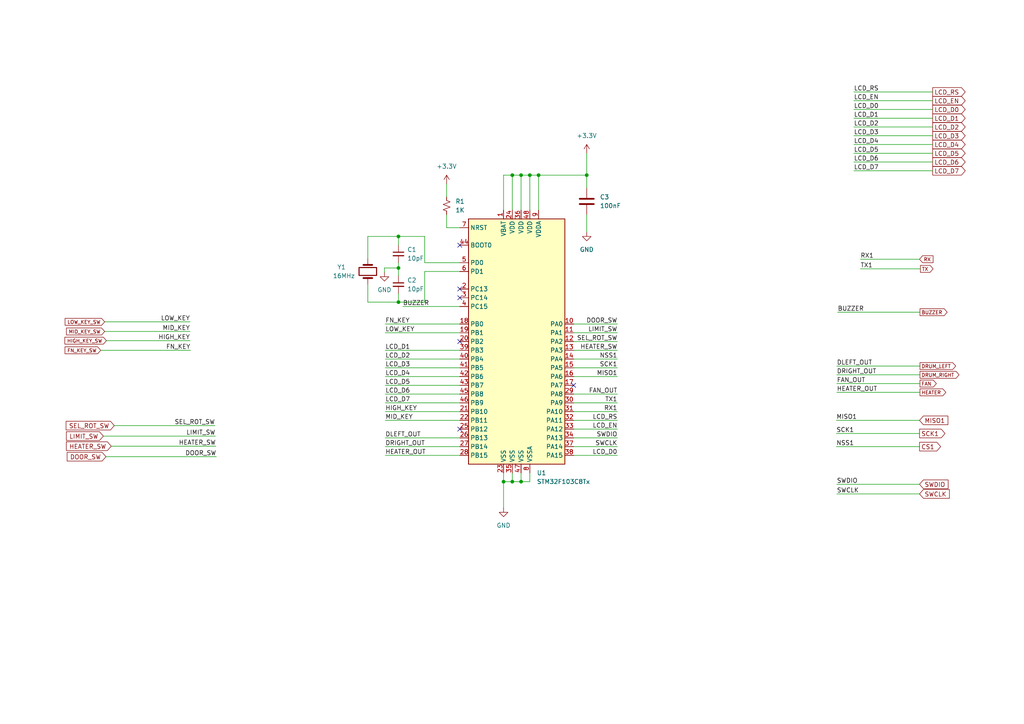
<source format=kicad_sch>
(kicad_sch (version 20211123) (generator eeschema)
  (paper "A4")
  (lib_symbols
    (symbol "Device:C" (pin_numbers hide) (pin_names (offset 0.254))
      (property "Reference" "C" (at 0.635 2.54 0))
      (property "Value" "C" (at 0.635 -2.54 0))
      (symbol "C_0_1"
        (polyline (pts (xy -2.032 -0.762) (xy 2.032 -0.762)) (stroke (width 0.508)))
        (polyline (pts (xy -2.032 0.762) (xy 2.032 0.762)) (stroke (width 0.508)))
      )
      (symbol "C_1_1"
        (pin passive line (at 0 3.81 270) (length 2.794) (name "~") (number "1"))
        (pin passive line (at 0 -3.81 90) (length 2.794) (name "~") (number "2"))
      )
    )
    (symbol "Device:C_Small" (pin_numbers hide) (pin_names (offset 0.254) hide)
      (property "Reference" "C" (at 0.254 1.778 0))
      (property "Value" "C_Small" (at 0.254 -2.032 0))
      (symbol "C_Small_0_1"
        (polyline (pts (xy -1.524 -0.508) (xy 1.524 -0.508)) (stroke (width 0.3302)))
        (polyline (pts (xy -1.524 0.508) (xy 1.524 0.508)) (stroke (width 0.3048)))
      )
      (symbol "C_Small_1_1"
        (pin passive line (at 0 2.54 270) (length 2.032) (name "~") (number "1"))
        (pin passive line (at 0 -2.54 90) (length 2.032) (name "~") (number "2"))
      )
    )
    (symbol "Device:Crystal" (pin_numbers hide) (pin_names (offset 1.016) hide)
      (property "Reference" "Y" (at 0 3.81 0))
      (property "Value" "Crystal" (at 0 -3.81 0))
      (symbol "Crystal_0_1"
        (rectangle (start -1.143 2.54) (end 1.143 -2.54) (stroke (width 0.3048)))
        (polyline (pts (xy -2.54 0) (xy -1.905 0)))
        (polyline (pts (xy -1.905 -1.27) (xy -1.905 1.27)) (stroke (width 0.508)))
        (polyline (pts (xy 1.905 -1.27) (xy 1.905 1.27)) (stroke (width 0.508)))
        (polyline (pts (xy 2.54 0) (xy 1.905 0)))
      )
      (symbol "Crystal_1_1"
        (pin passive line (at -3.81 0 0) (length 1.27) (name "1") (number "1"))
        (pin passive line (at 3.81 0 180) (length 1.27) (name "2") (number "2"))
      )
    )
    (symbol "Device:R_Small_US" (pin_numbers hide) (pin_names (offset 0.254) hide)
      (property "Reference" "R" (at 0.762 0.508 0))
      (property "Value" "R_Small_US" (at 0.762 -1.016 0))
      (symbol "R_Small_US_1_1"
        (polyline (pts (xy 0 0) (xy 1.016 -0.381) (xy 0 -0.762) (xy -1.016 -1.143) (xy 0 -1.524)))
        (polyline (pts (xy 0 1.524) (xy 1.016 1.143) (xy 0 0.762) (xy -1.016 0.381) (xy 0 0)))
        (pin passive line (at 0 2.54 270) (length 1.016) (name "~") (number "1"))
        (pin passive line (at 0 -2.54 90) (length 1.016) (name "~") (number "2"))
      )
    )
    (symbol "MCU_ST_STM32F1:STM32F103C8Tx"
      (property "Reference" "U" (at -15.24 36.83 0))
      (property "Value" "STM32F103C8Tx" (at 7.62 36.83 0))
      (symbol "STM32F103C8Tx_0_1"
        (rectangle (start -15.24 -35.56) (end 12.7 35.56) (stroke (width 0.254)) (fill (type background)))
      )
      (symbol "STM32F103C8Tx_1_1"
        (pin power_in line (at -5.08 38.1 270) (length 2.54) (name "VBAT") (number "1"))
        (pin bidirectional line (at 15.24 5.08 180) (length 2.54) (name "PA0") (number "10"))
        (pin bidirectional line (at 15.24 2.54 180) (length 2.54) (name "PA1") (number "11"))
        (pin bidirectional line (at 15.24 0 180) (length 2.54) (name "PA2") (number "12"))
        (pin bidirectional line (at 15.24 -2.54 180) (length 2.54) (name "PA3") (number "13"))
        (pin bidirectional line (at 15.24 -5.08 180) (length 2.54) (name "PA4") (number "14"))
        (pin bidirectional line (at 15.24 -7.62 180) (length 2.54) (name "PA5") (number "15"))
        (pin bidirectional line (at 15.24 -10.16 180) (length 2.54) (name "PA6") (number "16"))
        (pin bidirectional line (at 15.24 -12.7 180) (length 2.54) (name "PA7") (number "17"))
        (pin bidirectional line (at -17.78 5.08 0) (length 2.54) (name "PB0") (number "18"))
        (pin bidirectional line (at -17.78 2.54 0) (length 2.54) (name "PB1") (number "19"))
        (pin bidirectional line (at -17.78 15.24 0) (length 2.54) (name "PC13") (number "2"))
        (pin bidirectional line (at -17.78 0 0) (length 2.54) (name "PB2") (number "20"))
        (pin bidirectional line (at -17.78 -20.32 0) (length 2.54) (name "PB10") (number "21"))
        (pin bidirectional line (at -17.78 -22.86 0) (length 2.54) (name "PB11") (number "22"))
        (pin power_in line (at -5.08 -38.1 90) (length 2.54) (name "VSS") (number "23"))
        (pin power_in line (at -2.54 38.1 270) (length 2.54) (name "VDD") (number "24"))
        (pin bidirectional line (at -17.78 -25.4 0) (length 2.54) (name "PB12") (number "25"))
        (pin bidirectional line (at -17.78 -27.94 0) (length 2.54) (name "PB13") (number "26"))
        (pin bidirectional line (at -17.78 -30.48 0) (length 2.54) (name "PB14") (number "27"))
        (pin bidirectional line (at -17.78 -33.02 0) (length 2.54) (name "PB15") (number "28"))
        (pin bidirectional line (at 15.24 -15.24 180) (length 2.54) (name "PA8") (number "29"))
        (pin bidirectional line (at -17.78 12.7 0) (length 2.54) (name "PC14") (number "3"))
        (pin bidirectional line (at 15.24 -17.78 180) (length 2.54) (name "PA9") (number "30"))
        (pin bidirectional line (at 15.24 -20.32 180) (length 2.54) (name "PA10") (number "31"))
        (pin bidirectional line (at 15.24 -22.86 180) (length 2.54) (name "PA11") (number "32"))
        (pin bidirectional line (at 15.24 -25.4 180) (length 2.54) (name "PA12") (number "33"))
        (pin bidirectional line (at 15.24 -27.94 180) (length 2.54) (name "PA13") (number "34"))
        (pin power_in line (at -2.54 -38.1 90) (length 2.54) (name "VSS") (number "35"))
        (pin power_in line (at 0 38.1 270) (length 2.54) (name "VDD") (number "36"))
        (pin bidirectional line (at 15.24 -30.48 180) (length 2.54) (name "PA14") (number "37"))
        (pin bidirectional line (at 15.24 -33.02 180) (length 2.54) (name "PA15") (number "38"))
        (pin bidirectional line (at -17.78 -2.54 0) (length 2.54) (name "PB3") (number "39"))
        (pin bidirectional line (at -17.78 10.16 0) (length 2.54) (name "PC15") (number "4"))
        (pin bidirectional line (at -17.78 -5.08 0) (length 2.54) (name "PB4") (number "40"))
        (pin bidirectional line (at -17.78 -7.62 0) (length 2.54) (name "PB5") (number "41"))
        (pin bidirectional line (at -17.78 -10.16 0) (length 2.54) (name "PB6") (number "42"))
        (pin bidirectional line (at -17.78 -12.7 0) (length 2.54) (name "PB7") (number "43"))
        (pin input line (at -17.78 27.94 0) (length 2.54) (name "BOOT0") (number "44"))
        (pin bidirectional line (at -17.78 -15.24 0) (length 2.54) (name "PB8") (number "45"))
        (pin bidirectional line (at -17.78 -17.78 0) (length 2.54) (name "PB9") (number "46"))
        (pin power_in line (at 0 -38.1 90) (length 2.54) (name "VSS") (number "47"))
        (pin power_in line (at 2.54 38.1 270) (length 2.54) (name "VDD") (number "48"))
        (pin input line (at -17.78 22.86 0) (length 2.54) (name "PD0") (number "5"))
        (pin input line (at -17.78 20.32 0) (length 2.54) (name "PD1") (number "6"))
        (pin input line (at -17.78 33.02 0) (length 2.54) (name "NRST") (number "7"))
        (pin power_in line (at 2.54 -38.1 90) (length 2.54) (name "VSSA") (number "8"))
        (pin power_in line (at 5.08 38.1 270) (length 2.54) (name "VDDA") (number "9"))
      )
    )
    (symbol "power:+3.3V" (power) (pin_names (offset 0))
      (property "Value" "+3.3V" (at 0 3.556 0))
      (symbol "+3.3V_0_1"
        (polyline (pts (xy -0.762 1.27) (xy 0 2.54)))
        (polyline (pts (xy 0 0) (xy 0 2.54)))
        (polyline (pts (xy 0 2.54) (xy 0.762 1.27)))
      )
      (symbol "+3.3V_1_1"
        (pin power_in line (at 0 0 90) (length 0) hide (name "+3.3V") (number "1"))
      )
    )
    (symbol "power:GND" (power) (pin_names (offset 0))
      (property "Value" "GND" (at 0 -3.81 0))
      (symbol "GND_0_1"
        (polyline (pts (xy 0 0) (xy 0 -1.27) (xy 1.27 -1.27) (xy 0 -2.54) (xy -1.27 -1.27) (xy 0 -1.27)))
      )
      (symbol "GND_1_1"
        (pin power_in line (at 0 0 270) (length 0) hide (name "GND") (number "1"))
      )
    )
  )
  (junction (at 146.05 139.7))
  (junction (at 115.57 68.58))
  (junction (at 151.13 139.7))
  (junction (at 153.67 50.8))
  (junction (at 170.18 50.8))
  (junction (at 156.21 50.8))
  (junction (at 148.59 139.7))
  (junction (at 148.59 50.8))
  (junction (at 151.13 50.8))
  (junction (at 115.57 77.724))
  (junction (at 115.57 87.63))
  (no_connect (at 133.35 83.82))
  (no_connect (at 133.35 99.06))
  (no_connect (at 133.35 71.12))
  (no_connect (at 166.37 111.76))
  (no_connect (at 133.35 124.46))
  (no_connect (at 133.35 86.36))
  (wire (pts (xy 166.37 101.6) (xy 179.07 101.6)))
  (wire (pts (xy 111.76 109.22) (xy 133.35 109.22)))
  (wire (pts (xy 247.65 36.83) (xy 270.51 36.83)))
  (wire (pts (xy 242.951 90.551) (xy 266.827 90.551)))
  (wire (pts (xy 146.05 60.96) (xy 146.05 50.8)))
  (wire (pts (xy 170.18 62.23) (xy 170.18 67.31)))
  (wire (pts (xy 106.68 68.58) (xy 115.57 68.58)))
  (wire (pts (xy 247.65 31.75) (xy 270.51 31.75)))
  (wire (pts (xy 129.54 62.23) (xy 129.54 66.04)))
  (wire (pts (xy 166.37 121.92) (xy 179.07 121.92)))
  (wire (pts (xy 30.353 96.139) (xy 55.118 96.139)))
  (wire (pts (xy 133.35 76.2) (xy 123.19 76.2)))
  (wire (pts (xy 148.59 139.7) (xy 151.13 139.7)))
  (wire (pts (xy 116.84 88.9) (xy 133.35 88.9)))
  (wire (pts (xy 115.57 77.724) (xy 115.57 80.01)))
  (wire (pts (xy 111.76 106.68) (xy 133.35 106.68)))
  (wire (pts (xy 30.861 98.806) (xy 55.118 98.806)))
  (wire (pts (xy 115.57 76.2) (xy 115.57 77.724)))
  (wire (pts (xy 242.697 113.792) (xy 266.827 113.792)))
  (wire (pts (xy 146.05 139.7) (xy 148.59 139.7)))
  (wire (pts (xy 32.258 129.413) (xy 62.611 129.413)))
  (wire (pts (xy 166.37 124.46) (xy 179.07 124.46)))
  (wire (pts (xy 115.57 68.58) (xy 115.57 71.12)))
  (wire (pts (xy 166.37 96.52) (xy 179.07 96.52)))
  (wire (pts (xy 166.37 93.98) (xy 179.07 93.98)))
  (wire (pts (xy 242.57 125.73) (xy 266.7 125.73)))
  (wire (pts (xy 247.65 49.53) (xy 270.51 49.53)))
  (wire (pts (xy 30.353 93.345) (xy 55.118 93.345)))
  (wire (pts (xy 148.59 50.8) (xy 148.59 60.96)))
  (wire (pts (xy 242.697 111.252) (xy 266.827 111.252)))
  (wire (pts (xy 30.734 132.461) (xy 62.738 132.461)))
  (wire (pts (xy 166.37 109.22) (xy 179.07 109.22)))
  (wire (pts (xy 111.506 78.994) (xy 111.506 77.724)))
  (wire (pts (xy 111.76 111.76) (xy 133.35 111.76)))
  (wire (pts (xy 166.37 127) (xy 179.07 127)))
  (wire (pts (xy 166.37 129.54) (xy 179.07 129.54)))
  (wire (pts (xy 146.05 50.8) (xy 148.59 50.8)))
  (wire (pts (xy 247.65 29.21) (xy 270.51 29.21)))
  (wire (pts (xy 111.76 121.92) (xy 133.35 121.92)))
  (wire (pts (xy 170.18 44.45) (xy 170.18 50.8)))
  (wire (pts (xy 151.13 50.8) (xy 153.67 50.8)))
  (wire (pts (xy 151.13 137.16) (xy 151.13 139.7)))
  (wire (pts (xy 111.76 104.14) (xy 133.35 104.14)))
  (wire (pts (xy 106.68 87.63) (xy 115.57 87.63)))
  (wire (pts (xy 111.506 77.724) (xy 115.57 77.724)))
  (wire (pts (xy 115.57 87.63) (xy 123.19 87.63)))
  (wire (pts (xy 151.13 50.8) (xy 151.13 60.96)))
  (wire (pts (xy 29.21 101.6) (xy 55.245 101.6)))
  (wire (pts (xy 146.05 137.16) (xy 146.05 139.7)))
  (wire (pts (xy 111.76 127) (xy 133.35 127)))
  (wire (pts (xy 148.59 137.16) (xy 148.59 139.7)))
  (wire (pts (xy 156.21 50.8) (xy 170.18 50.8)))
  (wire (pts (xy 129.54 66.04) (xy 133.35 66.04)))
  (wire (pts (xy 129.54 53.34) (xy 129.54 57.15)))
  (wire (pts (xy 170.18 54.61) (xy 170.18 50.8)))
  (wire (pts (xy 111.76 119.38) (xy 133.35 119.38)))
  (wire (pts (xy 123.19 76.2) (xy 123.19 68.58)))
  (wire (pts (xy 242.57 121.92) (xy 266.7 121.92)))
  (wire (pts (xy 123.19 68.58) (xy 115.57 68.58)))
  (wire (pts (xy 166.37 114.3) (xy 179.07 114.3)))
  (wire (pts (xy 33.147 123.444) (xy 62.357 123.444)))
  (wire (pts (xy 146.05 139.7) (xy 146.05 147.32)))
  (wire (pts (xy 242.57 129.54) (xy 266.7 129.54)))
  (wire (pts (xy 247.65 46.99) (xy 270.51 46.99)))
  (wire (pts (xy 123.19 78.74) (xy 123.19 87.63)))
  (wire (pts (xy 166.37 119.38) (xy 179.07 119.38)))
  (wire (pts (xy 166.37 99.06) (xy 179.07 99.06)))
  (wire (pts (xy 242.697 140.462) (xy 266.7 140.462)))
  (wire (pts (xy 247.65 26.67) (xy 270.51 26.67)))
  (wire (pts (xy 106.68 74.93) (xy 106.68 68.58)))
  (wire (pts (xy 153.67 50.8) (xy 156.21 50.8)))
  (wire (pts (xy 111.76 114.3) (xy 133.35 114.3)))
  (wire (pts (xy 166.37 106.68) (xy 179.07 106.68)))
  (wire (pts (xy 111.76 96.52) (xy 133.35 96.52)))
  (wire (pts (xy 166.37 104.14) (xy 179.07 104.14)))
  (wire (pts (xy 156.21 50.8) (xy 156.21 60.96)))
  (wire (pts (xy 166.37 132.08) (xy 179.07 132.08)))
  (wire (pts (xy 242.697 143.256) (xy 266.7 143.256)))
  (wire (pts (xy 29.972 126.492) (xy 62.484 126.492)))
  (wire (pts (xy 247.65 41.91) (xy 270.51 41.91)))
  (wire (pts (xy 153.67 50.8) (xy 153.67 60.96)))
  (wire (pts (xy 111.76 116.84) (xy 133.35 116.84)))
  (wire (pts (xy 111.76 129.54) (xy 133.35 129.54)))
  (wire (pts (xy 249.555 77.978) (xy 266.954 77.978)))
  (wire (pts (xy 111.76 101.6) (xy 133.35 101.6)))
  (wire (pts (xy 242.697 108.712) (xy 266.827 108.712)))
  (wire (pts (xy 111.76 93.98) (xy 133.35 93.98)))
  (wire (pts (xy 247.65 39.37) (xy 270.51 39.37)))
  (wire (pts (xy 115.57 87.63) (xy 115.57 85.09)))
  (wire (pts (xy 166.37 116.84) (xy 179.07 116.84)))
  (wire (pts (xy 133.35 78.74) (xy 123.19 78.74)))
  (wire (pts (xy 247.65 44.45) (xy 270.51 44.45)))
  (wire (pts (xy 247.65 34.29) (xy 270.51 34.29)))
  (wire (pts (xy 111.76 132.08) (xy 133.35 132.08)))
  (wire (pts (xy 106.68 82.55) (xy 106.68 87.63)))
  (wire (pts (xy 148.59 50.8) (xy 151.13 50.8)))
  (wire (pts (xy 249.555 75.184) (xy 266.7 75.184)))
  (wire (pts (xy 242.697 106.172) (xy 266.827 106.172)))
  (wire (pts (xy 153.67 137.16) (xy 153.67 139.7)))
  (wire (pts (xy 151.13 139.7) (xy 153.67 139.7)))
  (label "LIMIT_SW" (at 179.07 96.52 180))
  (label "FAN_OUT" (at 242.697 111.252 0))
  (label "LCD_RS" (at 247.65 26.67 0))
  (label "LCD_D0" (at 247.65 31.75 0))
  (label "LCD_D7" (at 247.65 49.53 0))
  (label "LCD_D4" (at 111.76 109.22 0))
  (label "LCD_EN" (at 179.07 124.46 180))
  (label "LOW_KEY" (at 55.118 93.345 180))
  (label "SEL_ROT_SW" (at 62.357 123.444 180))
  (label "SCK1" (at 242.57 125.73 0))
  (label "MID_KEY" (at 111.76 121.92 0))
  (label "LIMIT_SW" (at 62.484 126.492 180))
  (label "MID_KEY" (at 55.118 96.139 180))
  (label "LCD_D6" (at 111.76 114.3 0))
  (label "LCD_D1" (at 111.76 101.6 0))
  (label "DLEFT_OUT" (at 242.697 106.172 0))
  (label "LCD_D5" (at 111.76 111.76 0))
  (label "FAN_OUT" (at 179.07 114.3 180))
  (label "LCD_D1" (at 247.65 34.29 0))
  (label "DRIGHT_OUT" (at 111.76 129.54 0))
  (label "MISO1" (at 242.57 121.92 0))
  (label "DOOR_SW" (at 179.07 93.98 180))
  (label "LCD_D3" (at 111.76 106.68 0))
  (label "DRIGHT_OUT" (at 242.697 108.712 0))
  (label "SWDIO" (at 242.697 140.462 0))
  (label "RX1" (at 179.07 119.38 180))
  (label "LCD_D4" (at 247.65 41.91 0))
  (label "BUZZER" (at 242.951 90.551 0))
  (label "SEL_ROT_SW" (at 179.07 99.06 180))
  (label "LCD_D6" (at 247.65 46.99 0))
  (label "TX1" (at 249.555 77.978 0))
  (label "HEATER_SW" (at 62.611 129.413 180))
  (label "FN_KEY" (at 55.245 101.6 180))
  (label "LCD_D7" (at 111.76 116.84 0))
  (label "HEATER_SW" (at 179.07 101.6 180))
  (label "LCD_EN" (at 247.65 29.21 0))
  (label "LCD_RS" (at 179.07 121.92 180))
  (label "FN_KEY" (at 111.76 93.98 0))
  (label "SWCLK" (at 179.07 129.54 180))
  (label "HEATER_OUT" (at 242.697 113.792 0))
  (label "NSS1" (at 242.57 129.54 0))
  (label "HEATER_OUT" (at 111.76 132.08 0))
  (label "SCK1" (at 179.07 106.68 180))
  (label "DOOR_SW" (at 62.738 132.461 180))
  (label "LCD_D0" (at 179.07 132.08 180))
  (label "LOW_KEY" (at 111.76 96.52 0))
  (label "TX1" (at 179.07 116.84 180))
  (label "DLEFT_OUT" (at 111.76 127 0))
  (label "NSS1" (at 179.07 104.14 180))
  (label "LCD_D5" (at 247.65 44.45 0))
  (label "MISO1" (at 179.07 109.22 180))
  (label "LCD_D2" (at 247.65 36.83 0))
  (label "SWDIO" (at 179.07 127 180))
  (label "SWCLK" (at 242.697 143.256 0))
  (label "HIGH_KEY" (at 111.76 119.38 0))
  (label "LCD_D2" (at 111.76 104.14 0))
  (label "RX1" (at 249.555 75.184 0))
  (label "BUZZER" (at 116.84 88.9 0))
  (label "HIGH_KEY" (at 55.118 98.806 180))
  (label "LCD_D3" (at 247.65 39.37 0))
  (global_label "LCD_D4" (shape output) (at 270.51 41.91 0) (property "Intersheet References" "${INTERSHEET_REFS}" (effects hide)))
  (global_label "LCD_D5" (shape output) (at 270.51 44.45 0) (property "Intersheet References" "${INTERSHEET_REFS}" (effects hide)))
  (global_label "DOOR_SW" (shape input) (at 30.734 132.461 180) (property "Intersheet References" "${INTERSHEET_REFS}" (effects hide)))
  (global_label "LIMIT_SW" (shape input) (at 29.972 126.492 180) (property "Intersheet References" "${INTERSHEET_REFS}" (effects hide)))
  (global_label "CS1" (shape output) (at 266.7 129.54 0) (property "Intersheet References" "${INTERSHEET_REFS}" (effects hide)))
  (global_label "LCD_EN" (shape output) (at 270.51 29.21 0) (property "Intersheet References" "${INTERSHEET_REFS}" (effects hide)))
  (global_label "HIGH_KEY_SW" (shape input) (at 30.861 98.806 180) (effects (font (size 1.016 1.016))) (property "Intersheet References" "${INTERSHEET_REFS}" (effects hide)))
  (global_label "LCD_D2" (shape output) (at 270.51 36.83 0) (property "Intersheet References" "${INTERSHEET_REFS}" (effects hide)))
  (global_label "BUZZER" (shape output) (at 266.827 90.551 0) (effects (font (size 1.016 1.016))) (property "Intersheet References" "${INTERSHEET_REFS}" (effects hide)))
  (global_label "FAN" (shape output) (at 266.827 111.252 0) (effects (font (size 1.016 1.016))) (property "Intersheet References" "${INTERSHEET_REFS}" (effects hide)))
  (global_label "LCD_RS" (shape output) (at 270.51 26.67 0) (property "Intersheet References" "${INTERSHEET_REFS}" (effects hide)))
  (global_label "HEATER_SW" (shape input) (at 32.258 129.413 180) (property "Intersheet References" "${INTERSHEET_REFS}" (effects hide)))
  (global_label "MISO1" (shape input) (at 266.7 121.92 0) (property "Intersheet References" "${INTERSHEET_REFS}" (effects hide)))
  (global_label "SEL_ROT_SW" (shape input) (at 33.147 123.444 180) (property "Intersheet References" "${INTERSHEET_REFS}" (effects hide)))
  (global_label "LCD_D6" (shape output) (at 270.51 46.99 0) (property "Intersheet References" "${INTERSHEET_REFS}" (effects hide)))
  (global_label "LCD_D3" (shape output) (at 270.51 39.37 0) (property "Intersheet References" "${INTERSHEET_REFS}" (effects hide)))
  (global_label "DRUM_RIGHT" (shape output) (at 266.827 108.712 0) (effects (font (size 1.016 1.016))) (property "Intersheet References" "${INTERSHEET_REFS}" (effects hide)))
  (global_label "LOW_KEY_SW" (shape input) (at 30.353 93.345 180) (effects (font (size 1.016 1.016))) (property "Intersheet References" "${INTERSHEET_REFS}" (effects hide)))
  (global_label "HEATER" (shape output) (at 266.827 113.792 0) (effects (font (size 1.016 1.016))) (property "Intersheet References" "${INTERSHEET_REFS}" (effects hide)))
  (global_label "SWCLK" (shape input) (at 266.7 143.256 0) (property "Intersheet References" "${INTERSHEET_REFS}" (effects hide)))
  (global_label "MID_KEY_SW" (shape input) (at 30.353 96.139 180) (effects (font (size 1.016 1.016))) (property "Intersheet References" "${INTERSHEET_REFS}" (effects hide)))
  (global_label "DRUM_LEFT" (shape output) (at 266.827 106.172 0) (effects (font (size 1.016 1.016))) (property "Intersheet References" "${INTERSHEET_REFS}" (effects hide)))
  (global_label "SWDIO" (shape input) (at 266.7 140.462 0) (property "Intersheet References" "${INTERSHEET_REFS}" (effects hide)))
  (global_label "RX" (shape input) (at 266.7 75.184 0) (effects (font (size 1.016 1.016))) (property "Intersheet References" "${INTERSHEET_REFS}" (effects hide)))
  (global_label "TX" (shape output) (at 266.954 77.978 0) (effects (font (size 1.016 1.016))) (property "Intersheet References" "${INTERSHEET_REFS}" (effects hide)))
  (global_label "LCD_D0" (shape output) (at 270.51 31.75 0) (property "Intersheet References" "${INTERSHEET_REFS}" (effects hide)))
  (global_label "LCD_D7" (shape output) (at 270.51 49.53 0) (property "Intersheet References" "${INTERSHEET_REFS}" (effects hide)))
  (global_label "SCK1" (shape output) (at 266.7 125.73 0) (property "Intersheet References" "${INTERSHEET_REFS}" (effects hide)))
  (global_label "FN_KEY_SW" (shape input) (at 29.21 101.6 180) (effects (font (size 1.016 1.016))) (property "Intersheet References" "${INTERSHEET_REFS}" (effects hide)))
  (global_label "LCD_D1" (shape output) (at 270.51 34.29 0) (property "Intersheet References" "${INTERSHEET_REFS}" (effects hide)))
  (symbol (lib_id "Device:Crystal") (at 106.68 78.74 90) (unit 1)
    (property "Reference" "Y1" (at 97.79 77.47 90) (effects (justify right)))
    (property "Value" "16MHz" (at 96.52 80.01 90) (effects (justify right)))
    (property "Footprint" "Crystal:Crystal_HC18-U_Vertical" (effects hide))
  )
  (symbol (lib_id "Device:C") (at 170.18 58.42 0) (unit 1)
    (property "Reference" "C3" (at 173.99 57.1499 0) (effects (justify left)))
    (property "Value" "100nF" (at 173.99 59.6899 0) (effects (justify left)))
    (property "Footprint" "Capacitor_THT:C_Disc_D4.3mm_W1.9mm_P5.00mm" (effects hide))
  )
  (symbol (lib_id "power:+3.3V") (at 129.54 53.34 0) (unit 1)
    (property "Reference" "#PWR01" (effects hide))
    (property "Value" "+3.3V" (at 129.54 48.26 0))
  )
  (symbol (lib_id "power:GND") (at 111.506 78.994 0) (unit 1)
    (property "Reference" "#PWR0101" (effects hide))
    (property "Value" "GND" (at 111.506 84.074 0))
  )
  (symbol (lib_id "power:GND") (at 170.18 67.31 0) (unit 1)
    (property "Reference" "#PWR04" (effects hide))
    (property "Value" "GND" (at 170.18 72.39 0))
  )
  (symbol (lib_id "power:+3.3V") (at 170.18 44.45 0) (unit 1)
    (property "Reference" "#PWR03" (effects hide))
    (property "Value" "+3.3V" (at 170.18 39.37 0))
  )
  (symbol (lib_id "MCU_ST_STM32F1:STM32F103C8Tx") (at 151.13 99.06 0) (unit 1)
    (property "Reference" "U1" (at 155.6894 137.16 0) (effects (justify left)))
    (property "Value" "STM32F103C8Tx" (at 155.6894 139.7 0) (effects (justify left)))
    (property "Footprint" "Package_QFP:LQFP-48_7x7mm_P0.5mm" (effects hide))
    (property "Datasheet" "http://www.st.com/st-web-ui/static/active/en/resource/technical/document/datasheet/CD00161566.pdf" (effects hide))
  )
  (symbol (lib_id "Device:C_Small") (at 115.57 73.66 0) (unit 1)
    (property "Reference" "C1" (at 118.11 72.3962 0) (effects (justify left)))
    (property "Value" "10pF" (at 118.11 74.9362 0) (effects (justify left)))
    (property "Footprint" "Capacitor_THT:C_Disc_D3.0mm_W1.6mm_P2.50mm" (effects hide))
  )
  (symbol (lib_id "power:GND") (at 146.05 147.32 0) (unit 1)
    (property "Reference" "#PWR02" (effects hide))
    (property "Value" "GND" (at 146.05 152.4 0))
  )
  (symbol (lib_id "Device:C_Small") (at 115.57 82.55 0) (unit 1)
    (property "Reference" "C2" (at 118.11 81.2862 0) (effects (justify left)))
    (property "Value" "10pF" (at 118.11 83.8262 0) (effects (justify left)))
    (property "Footprint" "Capacitor_THT:C_Disc_D3.0mm_W1.6mm_P2.50mm" (effects hide))
  )
  (symbol (lib_id "Device:R_Small_US") (at 129.54 59.69 0) (unit 1)
    (property "Reference" "R1" (at 132.08 58.4199 0) (effects (justify left)))
    (property "Value" "1K" (at 132.08 60.9599 0) (effects (justify left)))
    (property "Footprint" "Resistor_THT:R_Axial_DIN0207_L6.3mm_D2.5mm_P10.16mm_Horizontal" (effects hide))
  )
)
</source>
